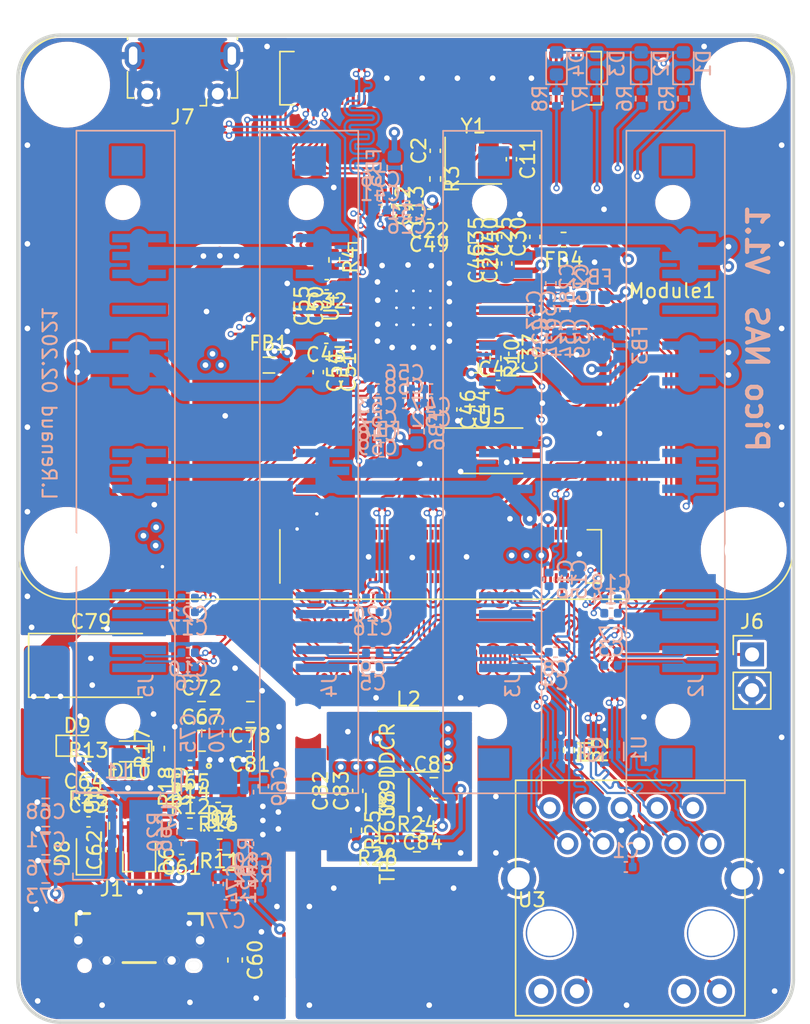
<source format=kicad_pcb>
(kicad_pcb (version 20211014) (generator pcbnew)

  (general
    (thickness 0.99)
  )

  (paper "A4")
  (layers
    (0 "F.Cu" signal)
    (1 "In1.Cu" power)
    (2 "In2.Cu" power)
    (31 "B.Cu" signal)
    (32 "B.Adhes" user "B.Adhesive")
    (33 "F.Adhes" user "F.Adhesive")
    (34 "B.Paste" user)
    (35 "F.Paste" user)
    (36 "B.SilkS" user "B.Silkscreen")
    (37 "F.SilkS" user "F.Silkscreen")
    (38 "B.Mask" user)
    (39 "F.Mask" user)
    (40 "Dwgs.User" user "User.Drawings")
    (41 "Cmts.User" user "User.Comments")
    (42 "Eco1.User" user "User.Eco1")
    (43 "Eco2.User" user "User.Eco2")
    (44 "Edge.Cuts" user)
    (45 "Margin" user)
    (46 "B.CrtYd" user "B.Courtyard")
    (47 "F.CrtYd" user "F.Courtyard")
    (48 "B.Fab" user)
    (49 "F.Fab" user)
    (50 "User.1" user)
    (51 "User.2" user)
    (52 "User.3" user)
    (53 "User.4" user)
    (54 "User.5" user)
    (55 "User.6" user)
    (56 "User.7" user)
    (57 "User.8" user)
    (58 "User.9" user)
  )

  (setup
    (stackup
      (layer "F.SilkS" (type "Top Silk Screen") (color "White"))
      (layer "F.Paste" (type "Top Solder Paste"))
      (layer "F.Mask" (type "Top Solder Mask") (color "Black") (thickness 0.01))
      (layer "F.Cu" (type "copper") (thickness 0.035))
      (layer "dielectric 1" (type "prepreg") (thickness 0.1) (material "FR4") (epsilon_r 4.5) (loss_tangent 0.02))
      (layer "In1.Cu" (type "copper") (thickness 0.0175))
      (layer "dielectric 2" (type "core") (thickness 0.665) (material "FR4") (epsilon_r 4.5) (loss_tangent 0.02))
      (layer "In2.Cu" (type "copper") (thickness 0.0175))
      (layer "dielectric 3" (type "prepreg") (thickness 0.1) (material "FR4") (epsilon_r 4.5) (loss_tangent 0.02))
      (layer "B.Cu" (type "copper") (thickness 0.035))
      (layer "B.Mask" (type "Bottom Solder Mask") (color "Black") (thickness 0.01))
      (layer "B.Paste" (type "Bottom Solder Paste"))
      (layer "B.SilkS" (type "Bottom Silk Screen") (color "White"))
      (copper_finish "None")
      (dielectric_constraints yes)
    )
    (pad_to_mask_clearance 0)
    (aux_axis_origin 171.2 118.5)
    (grid_origin 171.2 118.5)
    (pcbplotparams
      (layerselection 0x00010f0_ffffffff)
      (disableapertmacros false)
      (usegerberextensions false)
      (usegerberattributes true)
      (usegerberadvancedattributes true)
      (creategerberjobfile true)
      (svguseinch false)
      (svgprecision 6)
      (excludeedgelayer true)
      (plotframeref false)
      (viasonmask false)
      (mode 1)
      (useauxorigin true)
      (hpglpennumber 1)
      (hpglpenspeed 20)
      (hpglpendiameter 15.000000)
      (dxfpolygonmode true)
      (dxfimperialunits true)
      (dxfusepcbnewfont true)
      (psnegative false)
      (psa4output false)
      (plotreference false)
      (plotvalue false)
      (plotinvisibletext false)
      (sketchpadsonfab false)
      (subtractmaskfromsilk false)
      (outputformat 1)
      (mirror false)
      (drillshape 0)
      (scaleselection 1)
      (outputdirectory "Gerber/")
    )
  )

  (net 0 "")
  (net 1 "GND")
  (net 2 "Net-(C1-Pad1)")
  (net 3 "Net-(R1-Pad2)")
  (net 4 "/CM4/PCIE_RX_P")
  (net 5 "Net-(R2-Pad2)")
  (net 6 "/CM4/PCIE_RX_N")
  (net 7 "Net-(R21-Pad2)")
  (net 8 "Net-(R22-Pad1)")
  (net 9 "unconnected-(J2-Pad18)")
  (net 10 "unconnected-(J3-Pad18)")
  (net 11 "unconnected-(J4-Pad18)")
  (net 12 "unconnected-(J5-Pad18)")
  (net 13 "/CM4/n_eeprom_en")
  (net 14 "unconnected-(J7-Pad1)")
  (net 15 "/CM4/USB-")
  (net 16 "/CM4/USB+")
  (net 17 "/CM4/OTG_ID")
  (net 18 "/CM4/TRD3+")
  (net 19 "/CM4/TRD1+")
  (net 20 "/CM4/TRD3-")
  (net 21 "/CM4/TRD1-")
  (net 22 "/CM4/TRD2+")
  (net 23 "/CM4/TRD0+")
  (net 24 "/CM4/TRD2-")
  (net 25 "/CM4/TRD0-")
  (net 26 "/CM4/LEDY")
  (net 27 "unconnected-(Module1-Pad16)")
  (net 28 "/CM4/LEDG")
  (net 29 "unconnected-(Module1-Pad18)")
  (net 30 "unconnected-(Module1-Pad19)")
  (net 31 "unconnected-(Module1-Pad20)")
  (net 32 "unconnected-(Module1-Pad21)")
  (net 33 "unconnected-(Module1-Pad24)")
  (net 34 "unconnected-(Module1-Pad25)")
  (net 35 "unconnected-(Module1-Pad26)")
  (net 36 "unconnected-(Module1-Pad27)")
  (net 37 "unconnected-(Module1-Pad28)")
  (net 38 "unconnected-(Module1-Pad29)")
  (net 39 "unconnected-(Module1-Pad30)")
  (net 40 "unconnected-(Module1-Pad31)")
  (net 41 "unconnected-(Module1-Pad34)")
  (net 42 "unconnected-(Module1-Pad35)")
  (net 43 "unconnected-(Module1-Pad36)")
  (net 44 "unconnected-(Module1-Pad37)")
  (net 45 "unconnected-(Module1-Pad38)")
  (net 46 "unconnected-(Module1-Pad39)")
  (net 47 "unconnected-(Module1-Pad40)")
  (net 48 "unconnected-(Module1-Pad41)")
  (net 49 "unconnected-(Module1-Pad44)")
  (net 50 "unconnected-(Module1-Pad45)")
  (net 51 "unconnected-(Module1-Pad46)")
  (net 52 "unconnected-(Module1-Pad47)")
  (net 53 "unconnected-(Module1-Pad48)")
  (net 54 "unconnected-(Module1-Pad49)")
  (net 55 "unconnected-(Module1-Pad50)")
  (net 56 "unconnected-(Module1-Pad51)")
  (net 57 "unconnected-(Module1-Pad54)")
  (net 58 "unconnected-(Module1-Pad55)")
  (net 59 "unconnected-(Module1-Pad56)")
  (net 60 "unconnected-(Module1-Pad57)")
  (net 61 "unconnected-(Module1-Pad58)")
  (net 62 "unconnected-(Module1-Pad61)")
  (net 63 "unconnected-(Module1-Pad62)")
  (net 64 "unconnected-(Module1-Pad63)")
  (net 65 "unconnected-(Module1-Pad64)")
  (net 66 "unconnected-(Module1-Pad67)")
  (net 67 "unconnected-(Module1-Pad68)")
  (net 68 "unconnected-(Module1-Pad69)")
  (net 69 "unconnected-(Module1-Pad70)")
  (net 70 "unconnected-(Module1-Pad72)")
  (net 71 "unconnected-(Module1-Pad73)")
  (net 72 "unconnected-(Module1-Pad75)")
  (net 73 "Net-(C2-Pad1)")
  (net 74 "/PCIe_sata/TX00+")
  (net 75 "/PCIe_sata/TX0+")
  (net 76 "/PCIe_sata/TX01+")
  (net 77 "/PCIe_sata/TX1+")
  (net 78 "/PCIe_sata/TX02+")
  (net 79 "/PCIe_sata/TX2+")
  (net 80 "/PCIe_sata/TX03+")
  (net 81 "/PCIe_sata/TX3+")
  (net 82 "/PCIe_sata/TX00-")
  (net 83 "/PCIe_sata/TX0-")
  (net 84 "/PCIe_sata/TX01-")
  (net 85 "/PCIe_sata/TX1-")
  (net 86 "/PCIe_sata/TX02-")
  (net 87 "/PCIe_sata/TX2-")
  (net 88 "/PCIe_sata/TX03-")
  (net 89 "/PCIe_sata/TX3-")
  (net 90 "Net-(C11-Pad1)")
  (net 91 "Net-(C12-Pad2)")
  (net 92 "unconnected-(Module1-Pad76)")
  (net 93 "Net-(C13-Pad2)")
  (net 94 "/PCIe_sata/RX00-")
  (net 95 "/PCIe_sata/RX0-")
  (net 96 "/PCIe_sata/RX01-")
  (net 97 "/PCIe_sata/RX1-")
  (net 98 "/PCIe_sata/RX02-")
  (net 99 "/PCIe_sata/RX2-")
  (net 100 "/PCIe_sata/RX03-")
  (net 101 "/PCIe_sata/RX3-")
  (net 102 "/PCIe_sata/RX00+")
  (net 103 "/PCIe_sata/RX0+")
  (net 104 "/PCIe_sata/RX01+")
  (net 105 "/PCIe_sata/RX1+")
  (net 106 "/PCIe_sata/RX02+")
  (net 107 "/PCIe_sata/RX2+")
  (net 108 "/PCIe_sata/RX03+")
  (net 109 "/PCIe_sata/RX3+")
  (net 110 "/PCIe_sata/VAA2_0")
  (net 111 "/PCIe_sata/VAA2_1")
  (net 112 "/PCIe_sata/VAA1")
  (net 113 "/PCIe_sata/AVDD0")
  (net 114 "+3V3")
  (net 115 "/PCIe_sata/VAA2_2")
  (net 116 "/PCIe_sata/VAA2_3")
  (net 117 "Net-(D1-Pad1)")
  (net 118 "Net-(D2-Pad1)")
  (net 119 "Net-(D3-Pad1)")
  (net 120 "Net-(D4-Pad1)")
  (net 121 "+1V0")
  (net 122 "+1V8")
  (net 123 "+12V")
  (net 124 "unconnected-(Module1-Pad78)")
  (net 125 "+5V")
  (net 126 "unconnected-(Module1-Pad80)")
  (net 127 "unconnected-(Module1-Pad82)")
  (net 128 "unconnected-(Module1-Pad89)")
  (net 129 "unconnected-(Module1-Pad91)")
  (net 130 "unconnected-(Module1-Pad92)")
  (net 131 "unconnected-(Module1-Pad94)")
  (net 132 "unconnected-(Module1-Pad95)")
  (net 133 "unconnected-(Module1-Pad96)")
  (net 134 "unconnected-(Module1-Pad97)")
  (net 135 "unconnected-(Module1-Pad99)")
  (net 136 "unconnected-(Module1-Pad100)")
  (net 137 "/CM4/PCIE_CLK_nREQ")
  (net 138 "unconnected-(Module1-Pad104)")
  (net 139 "unconnected-(Module1-Pad106)")
  (net 140 "/CM4/PCIE_nRST")
  (net 141 "/CM4/PCIE_CLK_P")
  (net 142 "unconnected-(Module1-Pad111)")
  (net 143 "/CM4/PCIE_CLK_N")
  (net 144 "unconnected-(Module1-Pad115)")
  (net 145 "unconnected-(Module1-Pad117)")
  (net 146 "unconnected-(Module1-Pad121)")
  (net 147 "/CM4/PCIE_TX_P")
  (net 148 "unconnected-(Module1-Pad123)")
  (net 149 "/CM4/PCIE_TX_N")
  (net 150 "Net-(R3-Pad2)")
  (net 151 "unconnected-(Module1-Pad127)")
  (net 152 "unconnected-(Module1-Pad128)")
  (net 153 "/PCIe_sata/led1")
  (net 154 "/PCIe_sata/led2")
  (net 155 "/PCIe_sata/led3")
  (net 156 "/PCIe_sata/led4")
  (net 157 "Net-(R10-Pad1)")
  (net 158 "unconnected-(Module1-Pad129)")
  (net 159 "unconnected-(Module1-Pad130)")
  (net 160 "unconnected-(Module1-Pad133)")
  (net 161 "unconnected-(Module1-Pad134)")
  (net 162 "unconnected-(Module1-Pad135)")
  (net 163 "unconnected-(Module1-Pad136)")
  (net 164 "unconnected-(Module1-Pad139)")
  (net 165 "unconnected-(Module1-Pad140)")
  (net 166 "unconnected-(Module1-Pad141)")
  (net 167 "unconnected-(Module1-Pad142)")
  (net 168 "unconnected-(Module1-Pad143)")
  (net 169 "unconnected-(Module1-Pad145)")
  (net 170 "unconnected-(Module1-Pad146)")
  (net 171 "unconnected-(Module1-Pad147)")
  (net 172 "unconnected-(Module1-Pad148)")
  (net 173 "unconnected-(Module1-Pad149)")
  (net 174 "unconnected-(Module1-Pad151)")
  (net 175 "unconnected-(Module1-Pad152)")
  (net 176 "unconnected-(Module1-Pad153)")
  (net 177 "unconnected-(Module1-Pad154)")
  (net 178 "unconnected-(Module1-Pad157)")
  (net 179 "unconnected-(Module1-Pad158)")
  (net 180 "unconnected-(Module1-Pad159)")
  (net 181 "unconnected-(Module1-Pad160)")
  (net 182 "unconnected-(Module1-Pad163)")
  (net 183 "unconnected-(Module1-Pad164)")
  (net 184 "unconnected-(Module1-Pad165)")
  (net 185 "unconnected-(Module1-Pad166)")
  (net 186 "unconnected-(Module1-Pad169)")
  (net 187 "unconnected-(Module1-Pad170)")
  (net 188 "unconnected-(Module1-Pad171)")
  (net 189 "unconnected-(Module1-Pad172)")
  (net 190 "unconnected-(Module1-Pad175)")
  (net 191 "unconnected-(Module1-Pad176)")
  (net 192 "unconnected-(Module1-Pad177)")
  (net 193 "unconnected-(Module1-Pad178)")
  (net 194 "unconnected-(Module1-Pad181)")
  (net 195 "unconnected-(Module1-Pad182)")
  (net 196 "unconnected-(Module1-Pad183)")
  (net 197 "unconnected-(Module1-Pad184)")
  (net 198 "unconnected-(Module1-Pad187)")
  (net 199 "unconnected-(Module1-Pad188)")
  (net 200 "unconnected-(Module1-Pad189)")
  (net 201 "unconnected-(Module1-Pad190)")
  (net 202 "unconnected-(Module1-Pad193)")
  (net 203 "unconnected-(Module1-Pad194)")
  (net 204 "unconnected-(Module1-Pad195)")
  (net 205 "unconnected-(Module1-Pad196)")
  (net 206 "unconnected-(Module1-Pad199)")
  (net 207 "unconnected-(Module1-Pad200)")
  (net 208 "/PCIe_sata/SPI_DO")
  (net 209 "/PCIe_sata/SPI_CS")
  (net 210 "/PCIe_sata/SPI_DI")
  (net 211 "Net-(C66-Pad2)")
  (net 212 "Net-(C66-Pad1)")
  (net 213 "Net-(C69-Pad2)")
  (net 214 "Net-(C77-Pad2)")
  (net 215 "Net-(C80-Pad1)")
  (net 216 "Net-(L1-Pad1)")
  (net 217 "/PCIe_sata/SPI_CLK")
  (net 218 "unconnected-(U4-Pad21)")
  (net 219 "unconnected-(U4-Pad38)")
  (net 220 "Net-(C74-Pad2)")
  (net 221 "VBUS")
  (net 222 "Net-(C61-Pad1)")
  (net 223 "Net-(C63-Pad2)")
  (net 224 "Net-(C64-Pad2)")
  (net 225 "Net-(C65-Pad2)")
  (net 226 "Net-(D9-Pad1)")
  (net 227 "Net-(D10-Pad1)")
  (net 228 "/Power/CC1")
  (net 229 "/Power/CC2")
  (net 230 "Net-(Q1-Pad3)")
  (net 231 "/Power/SLC")
  (net 232 "/Power/Vbus_vs_Disch")
  (net 233 "/Power/SDA")
  (net 234 "Net-(R15-Pad1)")
  (net 235 "Net-(R17-Pad1)")
  (net 236 "Net-(R18-Pad2)")
  (net 237 "unconnected-(U4-Pad60)")
  (net 238 "unconnected-(U4-Pad63)")
  (net 239 "unconnected-(U4-Pad64)")
  (net 240 "unconnected-(U4-Pad65)")
  (net 241 "unconnected-(U4-Pad66)")
  (net 242 "unconnected-(U4-Pad67)")
  (net 243 "unconnected-(U4-Pad72)")
  (net 244 "unconnected-(U4-Pad73)")
  (net 245 "unconnected-(U4-Pad74)")
  (net 246 "unconnected-(U4-Pad75)")
  (net 247 "unconnected-(U4-Pad76)")
  (net 248 "unconnected-(U6-Pad3)")
  (net 249 "unconnected-(U6-Pad6)")
  (net 250 "unconnected-(U6-Pad11)")
  (net 251 "unconnected-(U6-Pad15)")
  (net 252 "unconnected-(U6-Pad17)")
  (net 253 "unconnected-(U6-Pad19)")
  (net 254 "VDD")
  (net 255 "unconnected-(U4-Pad35)")
  (net 256 "unconnected-(U4-Pad37)")
  (net 257 "unconnected-(U4-Pad43)")
  (net 258 "unconnected-(U4-Pad46)")
  (net 259 "unconnected-(U4-Pad47)")
  (net 260 "unconnected-(U4-Pad48)")
  (net 261 "unconnected-(U4-Pad49)")
  (net 262 "unconnected-(U4-Pad50)")
  (net 263 "unconnected-(U4-Pad57)")
  (net 264 "Net-(C84-Pad2)")
  (net 265 "Net-(R24-Pad1)")
  (net 266 "Net-(R25-Pad1)")
  (net 267 "Net-(C84-Pad1)")
  (net 268 "unconnected-(U8-Pad5)")

  (footprint "Capacitor_SMD:C_0402_1005Metric" (layer "F.Cu") (at 183.5 100.3 180))

  (footprint "Capacitor_SMD:C_0402_1005Metric" (layer "F.Cu") (at 200 104.6 180))

  (footprint "Capacitor_SMD:C_0402_1005Metric" (layer "F.Cu") (at 177.9 106.3 90))

  (footprint "Capacitor_SMD:C_0805_2012Metric" (layer "F.Cu") (at 184.32 96.5))

  (footprint "Resistor_SMD:R_0402_1005Metric" (layer "F.Cu") (at 195.3 104.9 -90))

  (footprint "Capacitor_SMD:C_0402_1005Metric" (layer "F.Cu") (at 207.97 62.8 90))

  (footprint "Capacitor_SMD:C_0402_1005Metric" (layer "F.Cu") (at 206.475 71.1 -90))

  (footprint "Crystal:Crystal_SMD_Abracon_ABM8G-4Pin_3.2x2.5mm" (layer "F.Cu") (at 203.6 57.4))

  (footprint "LED_SMD:LED_0603_1608Metric" (layer "F.Cu") (at 179.3 99.3 180))

  (footprint "Capacitor_SMD:C_0402_1005Metric" (layer "F.Cu") (at 175.97 102.6))

  (footprint "Resistor_SMD:R_0402_1005Metric" (layer "F.Cu") (at 185.5 103.3 180))

  (footprint "Inductor_SMD:L_Coilcraft_XxL4020" (layer "F.Cu") (at 199 98.6))

  (footprint "Capacitor_SMD:C_0402_1005Metric" (layer "F.Cu") (at 204.97 64.7 90))

  (footprint "CM4+NAS:TPS56339DDCR" (layer "F.Cu") (at 197.5 103 -90))

  (footprint "Capacitor_SMD:C_0603_1608Metric" (layer "F.Cu") (at 194.2 102.1 90))

  (footprint "Resistor_SMD:R_0402_1005Metric" (layer "F.Cu") (at 184 101.8 90))

  (footprint "Capacitor_SMD:C_0402_1005Metric" (layer "F.Cu") (at 200.47 62.2 180))

  (footprint "Capacitor_SMD:C_0402_1005Metric" (layer "F.Cu") (at 192.6 72.4 -90))

  (footprint "CM4+NAS:1610" (layer "F.Cu") (at 185.6 107.2 180))

  (footprint "Capacitor_SMD:C_0402_1005Metric" (layer "F.Cu") (at 206.3 57.3 -90))

  (footprint "Resistor_SMD:R_0402_1005Metric" (layer "F.Cu") (at 205.175 71.425 -90))

  (footprint "Connector_PinHeader_2.54mm:PinHeader_1x02_P2.54mm_Vertical" (layer "F.Cu") (at 223.37 92.425))

  (footprint "Resistor_SMD:R_0402_1005Metric" (layer "F.Cu") (at 211.47 99.2 -90))

  (footprint "Resistor_SMD:R_0402_1005Metric" (layer "F.Cu") (at 200.9 58.7 -90))

  (footprint "Capacitor_SMD:C_0402_1005Metric" (layer "F.Cu") (at 205.97 64.7 90))

  (footprint "Capacitor_Tantalum_SMD:CP_EIA-7343-31_Kemet-D" (layer "F.Cu") (at 176.47 93.2))

  (footprint "Capacitor_SMD:C_0402_1005Metric" (layer "F.Cu") (at 193.6 67.7 90))

  (footprint "Capacitor_SMD:C_0603_1608Metric" (layer "F.Cu") (at 182.9 106.1 180))

  (footprint "Resistor_SMD:R_0402_1005Metric" (layer "F.Cu") (at 210.385 99.21 -90))

  (footprint "Capacitor_SMD:C_0805_2012Metric" (layer "F.Cu") (at 184.32 98.55))

  (footprint "Resistor_SMD:R_0402_1005Metric" (layer "F.Cu") (at 193.74 64.44 -90))

  (footprint "Capacitor_SMD:C_0402_1005Metric" (layer "F.Cu") (at 197.45 60.6 -90))

  (footprint "Capacitor_SMD:C_0402_1005Metric" (layer "F.Cu") (at 193.2 66.2 180))

  (footprint "Package_TO_SOT_SMD:SOT-323_SC-70" (layer "F.Cu") (at 179.9 107.1 -90))

  (footprint "Capacitor_SMD:C_0805_2012Metric" (layer "F.Cu") (at 187.77 98.55 180))

  (footprint "Capacitor_SMD:C_0402_1005Metric" (layer "F.Cu") (at 205.37 73.35))

  (footprint "Resistor_SMD:R_0603_1608Metric" (layer "F.Cu") (at 199.6 105.9))

  (footprint "Capacitor_SMD:C_0402_1005Metric" (layer "F.Cu") (at 203.075 75.05 -90))

  (footprint "Capacitor_SMD:C_0402_1005Metric" (layer "F.Cu") (at 193.17 70 180))

  (footprint "Package_DFN_QFN:QFN-24-1EP_4x4mm_P0.5mm_EP2.7x2.7mm" (layer "F.Cu") (at 179.9 102.7 90))

  (footprint "Inductor_SMD:L_0603_1608Metric" (layer "F.Cu") (at 210 63 180))

  (footprint "Resistor_SMD:R_0402_1005Metric" (layer "F.Cu") (at 183.5 104.4))

  (footprint "Capacitor_SMD:C_0603_1608Metric" (layer "F.Cu") (at 186.7 114.1 -90))

  (footprint "CM4+NAS:UDFN6B" (layer "F.Cu") (at 185.9 101.4))

  (footprint "Capacitor_SMD:C_0402_1005Metric" (layer "F.Cu") (at 206.97 62.8 90))

  (footprint "Capacitor_SMD:C_0402_1005Metric" (layer "F.Cu") (at 198.4 60.6 -90))

  (footprint "Capacitor_SMD:C_0402_1005Metric" (layer "F.Cu") (at 200.47 61.2 180))

  (footprint "Capacitor_SMD:C_0805_2012Metric" (layer "F.Cu") (at 200.8 101.9))

  (footprint "Resistor_SMD:R_0402_1005Metric" (layer "F.Cu") (at 176.3 100.4))

  (footprint "Resistor_SMD:R_0402_1005Metric" (layer "F.Cu") (at 183 101.8 90))

  (footprint "Package_SO:TSSOP-8_4.4x3mm_P0.65mm" (layer "F.Cu") (at 204.9 77.975))

  (footprint "Capacitor_SMD:C_0402_1005Metric" (layer "F.Cu") (at 195.4 102.1 90))

  (footprint "Capacitor_SMD:C_0402_1005Metric" (layer "F.Cu") (at 193.6 72.4 -90))

  (footprint "Capacitor_SMD:C_0402_1005Metric" (layer "F.Cu") (at 202.075 75.05 -90))

  (footprint "Diode_SMD:D_0402_1005Metric" (layer "F.Cu") (at 185.6 104.9))

  (footprint "Connector_USB:USB_Micro-B_Molex-105017-0001" (layer "F.Cu")
    (tedit 5A1DC0BE) (tstamp cc9c81f5-4b5a-45b0-8b2c-038f0d5f887f)
    (at 182.97 51.19 180)
    (descr "http://www.molex.com/pdm_docs/sd/1050170001_sd.pdf")
    (tags "Micro-USB SMD Typ-B")
    (property "MFR" "Molex")
    (property "MPN" "105017-0001")
    (property "Sheetfile" "MainBoard.kicad_sch")
    (property "Sheetname" "")
    (path "/d2b05f74-4004-48a8-bebd-cef780176404")
    (attr smd)
    (fp_text reference "J7" (at 0 -3.1125 180) (layer "F.SilkS")
      (effects (font (size 1 1) (thickness 0.15)))
      (tstamp 5858e5ed-0d04-4755-b38f-e4bfb10ea9d6)
    )
    (fp_text value "USB_OTG" (at 0.3 4.3375 180) (layer "F.Fab")
      (effects (font (size 1 1) (thickness 0.15)))
      (tstamp c66c127a-dfc7-4a59-8a87-ddd20e384ac6)
    )
    (fp_text user "PCB Edge" (at 0 2.6875 180) (layer "Dwgs.User")
      (effects (font (size 0.5 0.5) (thickness 0.08)))
      (tstamp 55087175-ab93-4059-9d1f-bdffc3b22e8f)
    )
    (fp_text user "${REFERENCE}" (at 0 0.8875 180) (layer "F.Fab")
      (effects (font (size 1 1) (thickness 0.15)))
      (tstamp 01b133e7-dee2-4268-a0c9-be94ce134b85
... [3240622 chars truncated]
</source>
